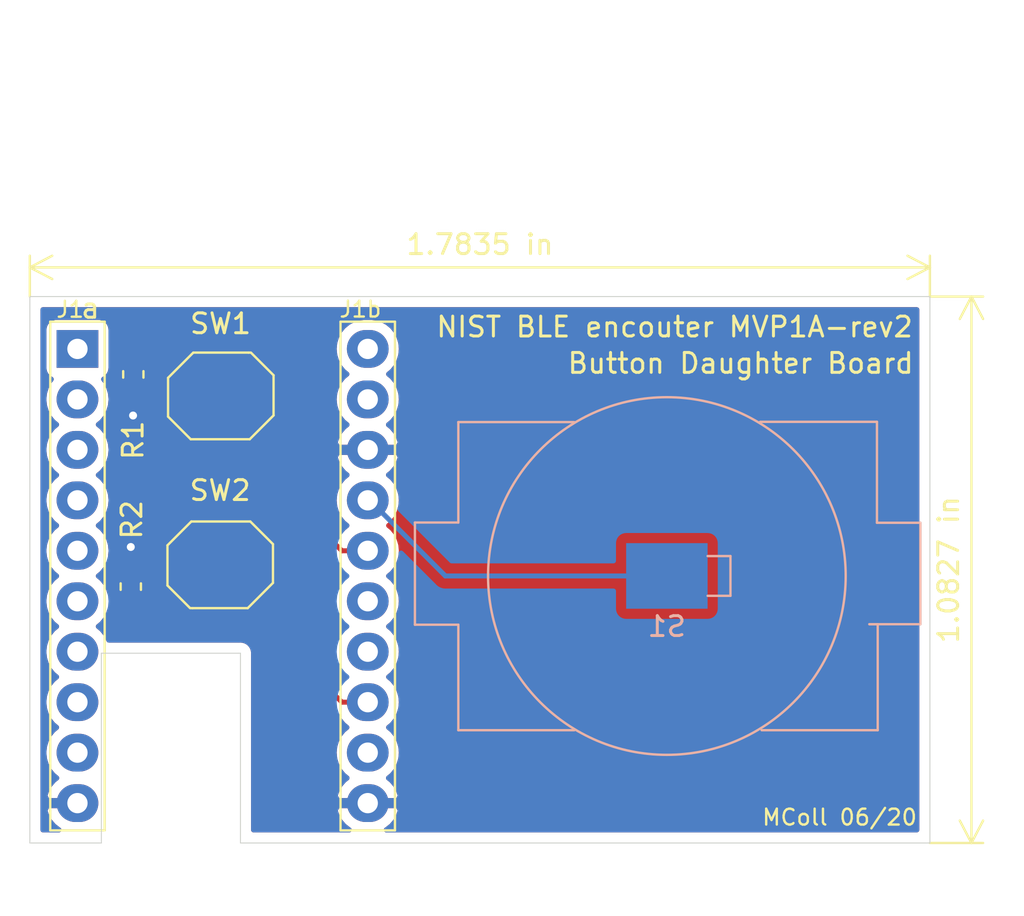
<source format=kicad_pcb>
(kicad_pcb (version 20171130) (host pcbnew "(5.1.5)-3")

  (general
    (thickness 1.6)
    (drawings 31)
    (tracks 32)
    (zones 0)
    (modules 6)
    (nets 21)
  )

  (page A4)
  (layers
    (0 F.Cu signal)
    (31 B.Cu signal)
    (32 B.Adhes user)
    (33 F.Adhes user)
    (34 B.Paste user)
    (35 F.Paste user)
    (36 B.SilkS user)
    (37 F.SilkS user)
    (38 B.Mask user)
    (39 F.Mask user)
    (40 Dwgs.User user)
    (41 Cmts.User user)
    (42 Eco1.User user)
    (43 Eco2.User user)
    (44 Edge.Cuts user)
    (45 Margin user)
    (46 B.CrtYd user)
    (47 F.CrtYd user)
    (48 B.Fab user hide)
    (49 F.Fab user)
  )

  (setup
    (last_trace_width 0.25)
    (user_trace_width 0.5)
    (trace_clearance 0.2)
    (zone_clearance 0.508)
    (zone_45_only no)
    (trace_min 0.2)
    (via_size 0.8)
    (via_drill 0.4)
    (via_min_size 0.4)
    (via_min_drill 0.3)
    (uvia_size 0.3)
    (uvia_drill 0.1)
    (uvias_allowed no)
    (uvia_min_size 0.2)
    (uvia_min_drill 0.1)
    (edge_width 0.05)
    (segment_width 0.2)
    (pcb_text_width 0.3)
    (pcb_text_size 1.5 1.5)
    (mod_edge_width 0.12)
    (mod_text_size 1 1)
    (mod_text_width 0.15)
    (pad_size 4.1 3.3)
    (pad_drill 0)
    (pad_to_mask_clearance 0.051)
    (solder_mask_min_width 0.25)
    (aux_axis_origin 0 0)
    (visible_elements 7FFFFFFF)
    (pcbplotparams
      (layerselection 0x010fc_ffffffff)
      (usegerberextensions false)
      (usegerberattributes false)
      (usegerberadvancedattributes false)
      (creategerberjobfile false)
      (excludeedgelayer true)
      (linewidth 0.100000)
      (plotframeref false)
      (viasonmask false)
      (mode 1)
      (useauxorigin false)
      (hpglpennumber 1)
      (hpglpenspeed 20)
      (hpglpendiameter 15.000000)
      (psnegative false)
      (psa4output false)
      (plotreference true)
      (plotvalue true)
      (plotinvisibletext false)
      (padsonsilk false)
      (subtractmaskfromsilk false)
      (outputformat 1)
      (mirror false)
      (drillshape 0)
      (scaleselection 1)
      (outputdirectory "gerbers/rev2/"))
  )

  (net 0 "")
  (net 1 GND)
  (net 2 /5Vusb)
  (net 3 /VDD_3V)
  (net 4 /SDA)
  (net 5 /SCL)
  (net 6 /SCLK)
  (net 7 /SI)
  (net 8 /SO)
  (net 9 "Net-(J1-Pad15)")
  (net 10 "Net-(J1-Pad8)")
  (net 11 "Net-(J1-Pad9)")
  (net 12 "Net-(J1-Pad12)")
  (net 13 /~CS~)
  (net 14 /~WP~)
  (net 15 /~RESET~)
  (net 16 /BigButtonB)
  (net 17 /BigButtonA)
  (net 18 "Net-(R1-Pad1)")
  (net 19 "Net-(R2-Pad1)")
  (net 20 /BatterySense)

  (net_class Default "This is the default net class."
    (clearance 0.2)
    (trace_width 0.25)
    (via_dia 0.8)
    (via_drill 0.4)
    (uvia_dia 0.3)
    (uvia_drill 0.1)
    (add_net /5Vusb)
    (add_net /BatterySense)
    (add_net /BigButtonA)
    (add_net /BigButtonB)
    (add_net /SCL)
    (add_net /SCLK)
    (add_net /SDA)
    (add_net /SI)
    (add_net /SO)
    (add_net /VDD_3V)
    (add_net /~CS~)
    (add_net /~RESET~)
    (add_net /~WP~)
    (add_net GND)
    (add_net "Net-(J1-Pad12)")
    (add_net "Net-(J1-Pad15)")
    (add_net "Net-(J1-Pad8)")
    (add_net "Net-(J1-Pad9)")
    (add_net "Net-(R1-Pad1)")
    (add_net "Net-(R2-Pad1)")
  )

  (module 0my_footprints:SpringFingerGeneric (layer B.Cu) (tedit 5EDBF817) (tstamp 5EDC4F66)
    (at 156.761793 90.56)
    (path /5EDB1F7C)
    (fp_text reference S1 (at -0.005693 2.5437) (layer B.SilkS)
      (effects (font (size 1 1) (thickness 0.15)) (justify mirror))
    )
    (fp_text value Spring_Finger (at 0.01 -2.14) (layer B.Fab)
      (effects (font (size 1 1) (thickness 0.15)) (justify mirror))
    )
    (fp_line (start 3.2 1) (end 2.05 1) (layer B.SilkS) (width 0.12))
    (fp_line (start 3.2 -1) (end 3.2 1) (layer B.SilkS) (width 0.12))
    (fp_line (start 2.05 -1) (end 3.2 -1) (layer B.SilkS) (width 0.12))
    (pad 1 smd rect (at 0 0) (size 4.1 3.3) (layers B.Cu B.Paste B.Mask)
      (net 20 /BatterySense))
  )

  (module 0my_footprints:TS-1187A-SMD_button (layer F.Cu) (tedit 5ED9005D) (tstamp 5ED97406)
    (at 134.2968 90)
    (descr http://industrial.panasonic.com/cdbs/www-data/pdf/ATV0000/ATV0000CE5.pdf)
    (tags "SMD SMT SPST EVQPUJ EVQPUA")
    (path /5ED9FE93)
    (attr smd)
    (fp_text reference SW2 (at -0.0197 -3.7416) (layer F.SilkS)
      (effects (font (size 1 1) (thickness 0.15)))
    )
    (fp_text value SW_Push (at 0 3.5) (layer F.Fab)
      (effects (font (size 1 1) (thickness 0.15)))
    )
    (fp_line (start -1.41 2.18) (end -1.53 2.18) (layer F.SilkS) (width 0.12))
    (fp_line (start -2.67 1.04) (end -1.55 2.16) (layer F.SilkS) (width 0.12))
    (fp_line (start -2.67 -0.98) (end -2.67 1.04) (layer F.SilkS) (width 0.12))
    (fp_line (start -1.47 -2.18) (end -2.67 -0.98) (layer F.SilkS) (width 0.12))
    (fp_line (start 1.5 -2.18) (end -1.47 -2.18) (layer F.SilkS) (width 0.12))
    (fp_line (start 2.64 -1.04) (end 1.5 -2.18) (layer F.SilkS) (width 0.12))
    (fp_line (start 2.64 0.91) (end 2.64 -1.04) (layer F.SilkS) (width 0.12))
    (fp_line (start 1.37 2.18) (end 2.64 0.91) (layer F.SilkS) (width 0.12))
    (fp_line (start -1.41 2.18) (end 1.37 2.18) (layer F.SilkS) (width 0.12))
    (fp_line (start 3 -3) (end -3 -3) (layer F.CrtYd) (width 0.05))
    (fp_line (start 3 3) (end -3 3) (layer F.CrtYd) (width 0.05))
    (fp_line (start -3 3) (end -3 -3) (layer F.CrtYd) (width 0.05))
    (fp_line (start 2.35 1.75) (end -2.35 1.75) (layer F.Fab) (width 0.1))
    (fp_line (start 2.35 -1.75) (end -2.35 -1.75) (layer F.Fab) (width 0.1))
    (fp_line (start -2.35 1.75) (end -2.35 -1.75) (layer F.Fab) (width 0.1))
    (fp_line (start 2.35 1.75) (end 2.35 -1.75) (layer F.Fab) (width 0.1))
    (fp_line (start 3 3) (end 3 -3) (layer F.CrtYd) (width 0.05))
    (fp_text user %R (at 0 0) (layer F.Fab)
      (effects (font (size 1 1) (thickness 0.15)))
    )
    (pad 1 smd rect (at 3 -1.875 180) (size 1 0.75) (layers F.Cu F.Paste F.Mask)
      (net 16 /BigButtonB))
    (pad 1 smd rect (at -3 -1.875 180) (size 1 0.75) (layers F.Cu F.Paste F.Mask)
      (net 16 /BigButtonB))
    (pad 2 smd rect (at -3 1.875 180) (size 1 0.75) (layers F.Cu F.Paste F.Mask)
      (net 19 "Net-(R2-Pad1)"))
    (pad 2 smd rect (at 3 1.875 180) (size 1 0.75) (layers F.Cu F.Paste F.Mask)
      (net 19 "Net-(R2-Pad1)"))
    (model ${KISYS3DMOD}/Button_Switch_SMD.3dshapes/Panasonic_EVQPUJ_EVQPUA.wrl
      (at (xyz 0 0 0))
      (scale (xyz 1 1 1))
      (rotate (xyz 0 0 0))
    )
  )

  (module 0my_footprints:TS-1187A-SMD_button (layer F.Cu) (tedit 5ED9005D) (tstamp 5ED973EC)
    (at 134.2968 81.5 180)
    (descr http://industrial.panasonic.com/cdbs/www-data/pdf/ATV0000/ATV0000CE5.pdf)
    (tags "SMD SMT SPST EVQPUJ EVQPUA")
    (path /5ED9F9E5)
    (attr smd)
    (fp_text reference SW1 (at 0 3.6363) (layer F.SilkS)
      (effects (font (size 1 1) (thickness 0.15)))
    )
    (fp_text value SW_Push (at 0 3.5) (layer F.Fab)
      (effects (font (size 1 1) (thickness 0.15)))
    )
    (fp_line (start -1.41 2.18) (end -1.53 2.18) (layer F.SilkS) (width 0.12))
    (fp_line (start -2.67 1.04) (end -1.55 2.16) (layer F.SilkS) (width 0.12))
    (fp_line (start -2.67 -0.98) (end -2.67 1.04) (layer F.SilkS) (width 0.12))
    (fp_line (start -1.47 -2.18) (end -2.67 -0.98) (layer F.SilkS) (width 0.12))
    (fp_line (start 1.5 -2.18) (end -1.47 -2.18) (layer F.SilkS) (width 0.12))
    (fp_line (start 2.64 -1.04) (end 1.5 -2.18) (layer F.SilkS) (width 0.12))
    (fp_line (start 2.64 0.91) (end 2.64 -1.04) (layer F.SilkS) (width 0.12))
    (fp_line (start 1.37 2.18) (end 2.64 0.91) (layer F.SilkS) (width 0.12))
    (fp_line (start -1.41 2.18) (end 1.37 2.18) (layer F.SilkS) (width 0.12))
    (fp_line (start 3 -3) (end -3 -3) (layer F.CrtYd) (width 0.05))
    (fp_line (start 3 3) (end -3 3) (layer F.CrtYd) (width 0.05))
    (fp_line (start -3 3) (end -3 -3) (layer F.CrtYd) (width 0.05))
    (fp_line (start 2.35 1.75) (end -2.35 1.75) (layer F.Fab) (width 0.1))
    (fp_line (start 2.35 -1.75) (end -2.35 -1.75) (layer F.Fab) (width 0.1))
    (fp_line (start -2.35 1.75) (end -2.35 -1.75) (layer F.Fab) (width 0.1))
    (fp_line (start 2.35 1.75) (end 2.35 -1.75) (layer F.Fab) (width 0.1))
    (fp_line (start 3 3) (end 3 -3) (layer F.CrtYd) (width 0.05))
    (fp_text user %R (at 0 0) (layer F.Fab)
      (effects (font (size 1 1) (thickness 0.15)))
    )
    (pad 1 smd rect (at 3 -1.875) (size 1 0.75) (layers F.Cu F.Paste F.Mask)
      (net 17 /BigButtonA))
    (pad 1 smd rect (at -3 -1.875) (size 1 0.75) (layers F.Cu F.Paste F.Mask)
      (net 17 /BigButtonA))
    (pad 2 smd rect (at -3 1.875) (size 1 0.75) (layers F.Cu F.Paste F.Mask)
      (net 18 "Net-(R1-Pad1)"))
    (pad 2 smd rect (at 3 1.875) (size 1 0.75) (layers F.Cu F.Paste F.Mask)
      (net 18 "Net-(R1-Pad1)"))
    (model ${KISYS3DMOD}/Button_Switch_SMD.3dshapes/Panasonic_EVQPUJ_EVQPUA.wrl
      (at (xyz 0 0 0))
      (scale (xyz 1 1 1))
      (rotate (xyz 0 0 0))
    )
  )

  (module Resistor_SMD:R_0603_1608Metric (layer F.Cu) (tedit 5B301BBD) (tstamp 5ED973D2)
    (at 129.7813 91.0971 90)
    (descr "Resistor SMD 0603 (1608 Metric), square (rectangular) end terminal, IPC_7351 nominal, (Body size source: http://www.tortai-tech.com/upload/download/2011102023233369053.pdf), generated with kicad-footprint-generator")
    (tags resistor)
    (path /5EDA2493)
    (attr smd)
    (fp_text reference R2 (at 3.3655 0.0508 90) (layer F.SilkS)
      (effects (font (size 1 1) (thickness 0.15)))
    )
    (fp_text value 0 (at 0 1.43 90) (layer F.Fab)
      (effects (font (size 1 1) (thickness 0.15)))
    )
    (fp_text user %R (at 0 0 90) (layer F.Fab)
      (effects (font (size 0.4 0.4) (thickness 0.06)))
    )
    (fp_line (start 1.48 0.73) (end -1.48 0.73) (layer F.CrtYd) (width 0.05))
    (fp_line (start 1.48 -0.73) (end 1.48 0.73) (layer F.CrtYd) (width 0.05))
    (fp_line (start -1.48 -0.73) (end 1.48 -0.73) (layer F.CrtYd) (width 0.05))
    (fp_line (start -1.48 0.73) (end -1.48 -0.73) (layer F.CrtYd) (width 0.05))
    (fp_line (start -0.162779 0.51) (end 0.162779 0.51) (layer F.SilkS) (width 0.12))
    (fp_line (start -0.162779 -0.51) (end 0.162779 -0.51) (layer F.SilkS) (width 0.12))
    (fp_line (start 0.8 0.4) (end -0.8 0.4) (layer F.Fab) (width 0.1))
    (fp_line (start 0.8 -0.4) (end 0.8 0.4) (layer F.Fab) (width 0.1))
    (fp_line (start -0.8 -0.4) (end 0.8 -0.4) (layer F.Fab) (width 0.1))
    (fp_line (start -0.8 0.4) (end -0.8 -0.4) (layer F.Fab) (width 0.1))
    (pad 2 smd roundrect (at 0.7875 0 90) (size 0.875 0.95) (layers F.Cu F.Paste F.Mask) (roundrect_rratio 0.25)
      (net 1 GND))
    (pad 1 smd roundrect (at -0.7875 0 90) (size 0.875 0.95) (layers F.Cu F.Paste F.Mask) (roundrect_rratio 0.25)
      (net 19 "Net-(R2-Pad1)"))
    (model ${KISYS3DMOD}/Resistor_SMD.3dshapes/R_0603_1608Metric.wrl
      (at (xyz 0 0 0))
      (scale (xyz 1 1 1))
      (rotate (xyz 0 0 0))
    )
  )

  (module Resistor_SMD:R_0603_1608Metric (layer F.Cu) (tedit 5B301BBD) (tstamp 5ED973C1)
    (at 129.9083 80.4165 270)
    (descr "Resistor SMD 0603 (1608 Metric), square (rectangular) end terminal, IPC_7351 nominal, (Body size source: http://www.tortai-tech.com/upload/download/2011102023233369053.pdf), generated with kicad-footprint-generator")
    (tags resistor)
    (path /5EDA175A)
    (attr smd)
    (fp_text reference R1 (at 3.3146 0.0127 90) (layer F.SilkS)
      (effects (font (size 1 1) (thickness 0.15)))
    )
    (fp_text value 0 (at 0 1.43 90) (layer F.Fab)
      (effects (font (size 1 1) (thickness 0.15)))
    )
    (fp_text user %R (at 0 0 90) (layer F.Fab)
      (effects (font (size 0.4 0.4) (thickness 0.06)))
    )
    (fp_line (start 1.48 0.73) (end -1.48 0.73) (layer F.CrtYd) (width 0.05))
    (fp_line (start 1.48 -0.73) (end 1.48 0.73) (layer F.CrtYd) (width 0.05))
    (fp_line (start -1.48 -0.73) (end 1.48 -0.73) (layer F.CrtYd) (width 0.05))
    (fp_line (start -1.48 0.73) (end -1.48 -0.73) (layer F.CrtYd) (width 0.05))
    (fp_line (start -0.162779 0.51) (end 0.162779 0.51) (layer F.SilkS) (width 0.12))
    (fp_line (start -0.162779 -0.51) (end 0.162779 -0.51) (layer F.SilkS) (width 0.12))
    (fp_line (start 0.8 0.4) (end -0.8 0.4) (layer F.Fab) (width 0.1))
    (fp_line (start 0.8 -0.4) (end 0.8 0.4) (layer F.Fab) (width 0.1))
    (fp_line (start -0.8 -0.4) (end 0.8 -0.4) (layer F.Fab) (width 0.1))
    (fp_line (start -0.8 0.4) (end -0.8 -0.4) (layer F.Fab) (width 0.1))
    (pad 2 smd roundrect (at 0.7875 0 270) (size 0.875 0.95) (layers F.Cu F.Paste F.Mask) (roundrect_rratio 0.25)
      (net 1 GND))
    (pad 1 smd roundrect (at -0.7875 0 270) (size 0.875 0.95) (layers F.Cu F.Paste F.Mask) (roundrect_rratio 0.25)
      (net 18 "Net-(R1-Pad1)"))
    (model ${KISYS3DMOD}/Resistor_SMD.3dshapes/R_0603_1608Metric.wrl
      (at (xyz 0 0 0))
      (scale (xyz 1 1 1))
      (rotate (xyz 0 0 0))
    )
  )

  (module 0my_footprints:Nordic_nRF52840_Narrowed_FeatherHeader (layer F.Cu) (tedit 5ED8FAF2) (tstamp 5E9EFA9F)
    (at 126.7968 79.1337)
    (descr "32-bit microcontroller module with WiFi, https://www.adafruit.com/product/2471")
    (tags "ESP8266 WiFi microcontroller")
    (path /5EA6E901)
    (fp_text reference J1 (at -0.06604 -1.98374) (layer F.SilkS)
      (effects (font (size 0.8 0.8) (thickness 0.12)))
    )
    (fp_text value Nordic_nRF52840_breakout (at -2.75 12 90) (layer F.Fab)
      (effects (font (size 1 1) (thickness 0.15)))
    )
    (fp_text user %R (at -0.25 -2.25) (layer F.Fab)
      (effects (font (size 1 1) (thickness 0.15)))
    )
    (fp_line (start 16.28 -1.37) (end 13.54 -1.37) (layer F.SilkS) (width 0.12))
    (fp_line (start 16.28 24.23) (end 16.28 -1.37) (layer F.SilkS) (width 0.12))
    (fp_line (start 13.54 24.23) (end 16.28 24.23) (layer F.SilkS) (width 0.12))
    (fp_line (start 13.54 -1.37) (end 13.54 24.23) (layer F.SilkS) (width 0.12))
    (fp_line (start 1.67 -1.37) (end -1.07 -1.37) (layer F.SilkS) (width 0.12))
    (fp_line (start 1.67 24.23) (end 1.67 -1.37) (layer F.SilkS) (width 0.12))
    (fp_line (start -1.07 24.23) (end 1.67 24.23) (layer F.SilkS) (width 0.12))
    (fp_line (start -1.07 -1.37) (end -1.07 24.23) (layer F.SilkS) (width 0.12))
    (fp_line (start -1.45 24.5) (end 2.05 24.5) (layer F.CrtYd) (width 0.12))
    (fp_line (start 2.05 24.5) (end 2.05 -1.75) (layer F.CrtYd) (width 0.12))
    (fp_line (start 2.05 -1.75) (end -1.45 -1.75) (layer F.CrtYd) (width 0.12))
    (fp_line (start -1.45 -1.75) (end -1.45 24.5) (layer F.CrtYd) (width 0.12))
    (fp_line (start 13.09 24.5) (end 16.59 24.5) (layer F.CrtYd) (width 0.12))
    (fp_line (start 16.59 24.5) (end 16.59 -1.75) (layer F.CrtYd) (width 0.12))
    (fp_line (start 16.59 -1.75) (end 13.09 -1.75) (layer F.CrtYd) (width 0.12))
    (fp_line (start 13.09 -1.75) (end 13.09 24.5) (layer F.CrtYd) (width 0.12))
    (fp_line (start 0 -1.5) (end 0 28.5) (layer Dwgs.User) (width 0.12))
    (fp_line (start 15.24 -1.5) (end 15.24 28.5) (layer Dwgs.User) (width 0.12))
    (fp_line (start 15.24 28.5) (end 0 28.5) (layer Dwgs.User) (width 0.12))
    (fp_line (start 0 -1.5) (end 1.6 -3.1) (layer Dwgs.User) (width 0.12))
    (fp_line (start 15.24 -1.5) (end 13.64 -3.1) (layer Dwgs.User) (width 0.12))
    (fp_line (start 1.6 -3.1) (end 1.6 -17.5) (layer Dwgs.User) (width 0.12))
    (fp_line (start 13.64 -3.1) (end 13.64 -17.5) (layer Dwgs.User) (width 0.12))
    (fp_line (start 13.64 -17.5) (end 1.6 -17.5) (layer Dwgs.User) (width 0.12))
    (fp_line (start 11.48 22.35) (end 11.48 28.14) (layer Dwgs.User) (width 0.12))
    (fp_line (start 11.48 28.14) (end 9.6 28.14) (layer Dwgs.User) (width 0.12))
    (fp_line (start 9.6 28.14) (end 9.6 25.98) (layer Dwgs.User) (width 0.12))
    (fp_line (start 9.6 25.98) (end 7.72 25.98) (layer Dwgs.User) (width 0.12))
    (fp_line (start 7.72 25.98) (end 7.72 28.14) (layer Dwgs.User) (width 0.12))
    (fp_line (start 7.72 28.14) (end 5.99 28.14) (layer Dwgs.User) (width 0.12))
    (fp_line (start 5.99 28.14) (end 5.99 26) (layer Dwgs.User) (width 0.12))
    (fp_line (start 5.99 26) (end 4.14 26) (layer Dwgs.User) (width 0.12))
    (fp_line (start 4.14 26) (end 4.14 28.16) (layer Dwgs.User) (width 0.12))
    (fp_line (start 4.14 28.16) (end 2.33 28.16) (layer Dwgs.User) (width 0.12))
    (fp_line (start 2.33 28.16) (end 2.33 25.92) (layer Dwgs.User) (width 0.12))
    (fp_text user "BLE ANTENNA" (at 7.5 25.08) (layer Cmts.User)
      (effects (font (size 1 1) (thickness 0.15)))
    )
    (pad 11 thru_hole oval (at 14.91 22.86) (size 2.1 1.9) (drill 1.02) (layers *.Cu *.Mask)
      (net 1 GND))
    (pad 10 thru_hole oval (at 0.3 22.86) (size 2.1 1.9) (drill 1.02) (layers *.Cu *.Mask)
      (net 1 GND))
    (pad 12 thru_hole oval (at 14.91 20.32) (size 2.1 1.9) (drill 1.02) (layers *.Cu *.Mask)
      (net 12 "Net-(J1-Pad12)"))
    (pad 9 thru_hole oval (at 0.3 20.32) (size 2.1 1.9) (drill 1.02) (layers *.Cu *.Mask)
      (net 11 "Net-(J1-Pad9)"))
    (pad 13 thru_hole oval (at 14.91 17.78) (size 2.1 1.9) (drill 1.02) (layers *.Cu *.Mask)
      (net 16 /BigButtonB))
    (pad 8 thru_hole oval (at 0.3 17.78) (size 2.1 1.9) (drill 1.02) (layers *.Cu *.Mask)
      (net 10 "Net-(J1-Pad8)"))
    (pad 14 thru_hole oval (at 14.91 15.24) (size 2.1 1.9) (drill 1.02) (layers *.Cu *.Mask)
      (net 4 /SDA))
    (pad 7 thru_hole oval (at 0.3 15.24) (size 2.1 1.9) (drill 1.02) (layers *.Cu *.Mask)
      (net 5 /SCL))
    (pad 15 thru_hole oval (at 14.91 12.7) (size 2.1 1.9) (drill 1.02) (layers *.Cu *.Mask)
      (net 9 "Net-(J1-Pad15)"))
    (pad 6 thru_hole oval (at 0.3 12.7) (size 2.1 1.9) (drill 1.02) (layers *.Cu *.Mask)
      (net 15 /~RESET~))
    (pad 16 thru_hole oval (at 14.91 10.16) (size 2.1 1.9) (drill 1.02) (layers *.Cu *.Mask)
      (net 17 /BigButtonA))
    (pad 5 thru_hole oval (at 0.3 10.16) (size 2.1 1.9) (drill 1.02) (layers *.Cu *.Mask)
      (net 7 /SI))
    (pad 17 thru_hole oval (at 14.91 7.62) (size 2.1 1.9) (drill 1.02) (layers *.Cu *.Mask)
      (net 20 /BatterySense))
    (pad 4 thru_hole oval (at 0.3 7.62) (size 2.1 1.9) (drill 1.02) (layers *.Cu *.Mask)
      (net 14 /~WP~))
    (pad 18 thru_hole oval (at 14.91 5.08) (size 2.1 1.9) (drill 1.02) (layers *.Cu *.Mask)
      (net 1 GND))
    (pad 3 thru_hole oval (at 0.3 5.08) (size 2.1 1.9) (drill 1.02) (layers *.Cu *.Mask)
      (net 6 /SCLK))
    (pad 19 thru_hole oval (at 14.91 2.54) (size 2.1 1.9) (drill 1.02) (layers *.Cu *.Mask)
      (net 3 /VDD_3V))
    (pad 2 thru_hole oval (at 0.3 2.54) (size 2.1 1.9) (drill 1.02) (layers *.Cu *.Mask)
      (net 8 /SO))
    (pad 20 thru_hole oval (at 14.91 0) (size 2.1 1.9) (drill 1.02) (layers *.Cu *.Mask)
      (net 2 /5Vusb))
    (pad 1 thru_hole rect (at 0.3 0) (size 2.1 1.9) (drill 1.02) (layers *.Cu *.Mask)
      (net 13 /~CS~))
    (model ${KISYS3DMOD}/Module.3dshapes/Adafruit_HUZZAH_ESP8266_breakout.wrl
      (at (xyz 0 0 0))
      (scale (xyz 1 1 1))
      (rotate (xyz 0 0 0))
    )
  )

  (gr_line (start 144.0815 93.0148) (end 144.0815 87.8713) (layer B.SilkS) (width 0.12) (tstamp 5EDC4D5C))
  (gr_line (start 146.2659 93.0148) (end 144.0815 93.0148) (layer B.SilkS) (width 0.12))
  (gr_line (start 146.2659 98.3234) (end 146.2659 93.0148) (layer B.SilkS) (width 0.12))
  (gr_line (start 152.1079 98.3234) (end 146.2659 98.3234) (layer B.SilkS) (width 0.12))
  (gr_line (start 167.3733 98.3234) (end 161.5313 98.3234) (layer B.SilkS) (width 0.12))
  (gr_line (start 167.3733 92.9894) (end 167.3733 98.3234) (layer B.SilkS) (width 0.12))
  (gr_line (start 166.9542 92.9894) (end 167.3733 92.9894) (layer B.SilkS) (width 0.12))
  (gr_line (start 169.5196 92.9894) (end 166.9542 92.9894) (layer B.SilkS) (width 0.12))
  (gr_line (start 169.5196 87.884) (end 169.5196 92.9894) (layer B.SilkS) (width 0.12))
  (gr_line (start 167.3352 87.884) (end 169.5196 87.884) (layer B.SilkS) (width 0.12))
  (gr_line (start 167.3352 82.804) (end 167.3352 87.884) (layer B.SilkS) (width 0.12))
  (gr_line (start 161.4551 82.804) (end 167.3352 82.804) (layer B.SilkS) (width 0.12))
  (gr_line (start 146.2659 82.8167) (end 152.0952 82.8167) (layer B.SilkS) (width 0.12))
  (gr_line (start 146.2659 87.8713) (end 146.2659 82.8167) (layer B.SilkS) (width 0.12))
  (gr_line (start 144.0815 87.8713) (end 146.2659 87.8713) (layer B.SilkS) (width 0.12))
  (gr_circle (center 156.761793 90.5637) (end 165.761793 90.5637) (layer B.SilkS) (width 0.12))
  (gr_line (start 135.3 104) (end 170 104) (layer Edge.Cuts) (width 0.05) (tstamp 5ED95B83))
  (gr_line (start 124.7 104) (end 128.3 104) (layer Edge.Cuts) (width 0.05) (tstamp 5ED95B82))
  (gr_line (start 135.3 94.45) (end 135.3 104) (layer Edge.Cuts) (width 0.05))
  (gr_line (start 128.3 94.45) (end 135.3 94.45) (layer Edge.Cuts) (width 0.05))
  (gr_line (start 128.3 104) (end 128.3 94.45) (layer Edge.Cuts) (width 0.05))
  (gr_text "Button Daughter Board" (at 169.26306 79.8576) (layer F.SilkS) (tstamp 5ED9505C)
    (effects (font (size 1 1) (thickness 0.15)) (justify right))
  )
  (dimension 27.5 (width 0.12) (layer F.SilkS)
    (gr_text "27.500 mm" (at 173.36008 90.25 90) (layer F.SilkS)
      (effects (font (size 1 1) (thickness 0.15)))
    )
    (feature1 (pts (xy 170 76.5) (xy 172.676501 76.5)))
    (feature2 (pts (xy 170 104) (xy 172.676501 104)))
    (crossbar (pts (xy 172.09008 104) (xy 172.09008 76.5)))
    (arrow1a (pts (xy 172.09008 76.5) (xy 172.676501 77.626504)))
    (arrow1b (pts (xy 172.09008 76.5) (xy 171.503659 77.626504)))
    (arrow2a (pts (xy 172.09008 104) (xy 172.676501 102.873496)))
    (arrow2b (pts (xy 172.09008 104) (xy 171.503659 102.873496)))
  )
  (dimension 45.3 (width 0.12) (layer F.SilkS)
    (gr_text "45.300 mm" (at 147.35 73.761601) (layer F.SilkS)
      (effects (font (size 1 1) (thickness 0.15)))
    )
    (feature1 (pts (xy 124.7 76.5) (xy 124.7 74.44518)))
    (feature2 (pts (xy 170 76.5) (xy 170 74.44518)))
    (crossbar (pts (xy 170 75.031601) (xy 124.7 75.031601)))
    (arrow1a (pts (xy 124.7 75.031601) (xy 125.826504 74.44518)))
    (arrow1b (pts (xy 124.7 75.031601) (xy 125.826504 75.618022)))
    (arrow2a (pts (xy 170 75.031601) (xy 168.873496 74.44518)))
    (arrow2b (pts (xy 170 75.031601) (xy 168.873496 75.618022)))
  )
  (gr_text J1b (at 141.3383 77.1398) (layer F.SilkS)
    (effects (font (size 0.8 0.8) (thickness 0.12)))
  )
  (gr_text a (at 127.74676 77.08392) (layer F.SilkS)
    (effects (font (size 1 1) (thickness 0.15)))
  )
  (gr_text "MColl 06/20\n" (at 165.4556 102.70744) (layer F.SilkS)
    (effects (font (size 0.8 0.8) (thickness 0.12)))
  )
  (gr_text "NIST BLE encouter MVP1A-rev2\n" (at 169.22496 78.0288) (layer F.SilkS)
    (effects (font (size 1 1) (thickness 0.15)) (justify right))
  )
  (gr_line (start 124.7 104) (end 124.7 76.5) (layer Edge.Cuts) (width 0.05) (tstamp 5EA10C6C))
  (gr_line (start 170 76.5) (end 170 104) (layer Edge.Cuts) (width 0.05))
  (gr_line (start 124.7 76.5) (end 170 76.5) (layer Edge.Cuts) (width 0.05))

  (via (at 129.7813 89.1032) (size 0.8) (drill 0.4) (layers F.Cu B.Cu) (net 1))
  (segment (start 129.7813 90.3096) (end 129.7813 89.1032) (width 0.25) (layer F.Cu) (net 1))
  (via (at 129.8956 82.4865) (size 0.8) (drill 0.4) (layers F.Cu B.Cu) (net 1))
  (segment (start 129.9083 81.204) (end 129.9083 82.4738) (width 0.25) (layer F.Cu) (net 1))
  (segment (start 129.9083 82.4738) (end 129.8956 82.4865) (width 0.25) (layer F.Cu) (net 1))
  (segment (start 142.0068 94.3737) (end 141.9068 94.3737) (width 0.25) (layer B.Cu) (net 4))
  (segment (start 126.7968 89.94394) (end 126.8968 89.94394) (width 0.25) (layer F.Cu) (net 7))
  (segment (start 126.8968 91.8337) (end 127.518221 92.455121) (width 0.25) (layer F.Cu) (net 15))
  (segment (start 131.2968 88.125) (end 137.2968 88.125) (width 0.25) (layer F.Cu) (net 16))
  (segment (start 137.2968 88.75) (end 137.2968 88.125) (width 0.25) (layer F.Cu) (net 16))
  (segment (start 138.9888 90.442) (end 137.2968 88.75) (width 0.25) (layer F.Cu) (net 16))
  (segment (start 138.9888 95.4957) (end 138.9888 90.442) (width 0.25) (layer F.Cu) (net 16))
  (segment (start 141.7068 96.9137) (end 140.4068 96.9137) (width 0.25) (layer F.Cu) (net 16))
  (segment (start 140.4068 96.9137) (end 138.9888 95.4957) (width 0.25) (layer F.Cu) (net 16))
  (segment (start 131.2968 83.375) (end 137.2968 83.375) (width 0.25) (layer F.Cu) (net 17))
  (segment (start 137.2968 84) (end 137.2968 83.375) (width 0.25) (layer F.Cu) (net 17))
  (segment (start 141.7068 89.2937) (end 140.4068 89.2937) (width 0.25) (layer F.Cu) (net 17))
  (segment (start 138.8342 86.7134) (end 137.287 85.1662) (width 0.25) (layer F.Cu) (net 17))
  (segment (start 138.8342 87.7211) (end 138.8342 86.7134) (width 0.25) (layer F.Cu) (net 17))
  (segment (start 140.4068 89.2937) (end 138.8342 87.7211) (width 0.25) (layer F.Cu) (net 17))
  (segment (start 137.287 85.1662) (end 137.2968 84) (width 0.25) (layer F.Cu) (net 17))
  (segment (start 132.0468 79.625) (end 137.2968 79.625) (width 0.25) (layer F.Cu) (net 18))
  (segment (start 131.2968 79.625) (end 132.0468 79.625) (width 0.25) (layer F.Cu) (net 18))
  (segment (start 129.9123 79.625) (end 129.9083 79.629) (width 0.25) (layer F.Cu) (net 18))
  (segment (start 131.2968 79.625) (end 129.9123 79.625) (width 0.25) (layer F.Cu) (net 18))
  (segment (start 136.5468 91.875) (end 131.2968 91.875) (width 0.25) (layer F.Cu) (net 19))
  (segment (start 137.2968 91.875) (end 136.5468 91.875) (width 0.25) (layer F.Cu) (net 19))
  (segment (start 129.7909 91.875) (end 129.7813 91.8846) (width 0.25) (layer F.Cu) (net 19))
  (segment (start 131.2968 91.875) (end 129.7909 91.875) (width 0.25) (layer F.Cu) (net 19))
  (segment (start 141.8068 86.7537) (end 141.7068 86.7537) (width 0.25) (layer B.Cu) (net 20))
  (segment (start 145.6131 90.56) (end 141.8068 86.7537) (width 0.25) (layer B.Cu) (net 20))
  (segment (start 156.761793 90.56) (end 145.6131 90.56) (width 0.25) (layer B.Cu) (net 20))

  (zone (net 1) (net_name GND) (layer F.Cu) (tstamp 5EDC58B0) (hatch edge 0.508)
    (connect_pads (clearance 0.508))
    (min_thickness 0.254)
    (fill yes (arc_segments 32) (thermal_gap 0.508) (thermal_bridge_width 0.508))
    (polygon
      (pts
        (xy 170.44924 104.37876) (xy 124.42444 104.37876) (xy 124.37364 76.06792) (xy 170.44416 76.10348)
      )
    )
    (filled_polygon
      (pts
        (xy 169.340001 103.34) (xy 142.637872 103.34) (xy 142.657417 103.330105) (xy 142.901792 103.138479) (xy 143.104087 102.90286)
        (xy 143.256528 102.632303) (xy 143.347386 102.366288) (xy 143.227384 102.1207) (xy 141.8338 102.1207) (xy 141.8338 102.1407)
        (xy 141.5798 102.1407) (xy 141.5798 102.1207) (xy 140.186216 102.1207) (xy 140.066214 102.366288) (xy 140.157072 102.632303)
        (xy 140.309513 102.90286) (xy 140.511808 103.138479) (xy 140.756183 103.330105) (xy 140.775728 103.34) (xy 135.96 103.34)
        (xy 135.96 94.482419) (xy 135.963193 94.45) (xy 135.95045 94.320617) (xy 135.91271 94.196207) (xy 135.851425 94.08155)
        (xy 135.768948 93.981052) (xy 135.66845 93.898575) (xy 135.553793 93.83729) (xy 135.429383 93.79955) (xy 135.332419 93.79)
        (xy 135.3 93.786807) (xy 135.267581 93.79) (xy 128.676057 93.79) (xy 128.668234 93.764212) (xy 128.521056 93.488861)
        (xy 128.322987 93.247513) (xy 128.14775 93.1037) (xy 128.322987 92.959887) (xy 128.521056 92.718539) (xy 128.668234 92.443188)
        (xy 128.702654 92.329721) (xy 128.73345 92.431242) (xy 128.812629 92.579375) (xy 128.919185 92.709215) (xy 129.049025 92.815771)
        (xy 129.197158 92.89495) (xy 129.357892 92.943708) (xy 129.52505 92.960172) (xy 130.03755 92.960172) (xy 130.204708 92.943708)
        (xy 130.365442 92.89495) (xy 130.510899 92.817201) (xy 130.55262 92.839502) (xy 130.672318 92.875812) (xy 130.7968 92.888072)
        (xy 131.7968 92.888072) (xy 131.921282 92.875812) (xy 132.04098 92.839502) (xy 132.151294 92.780537) (xy 132.247985 92.701185)
        (xy 132.302301 92.635) (xy 136.291299 92.635) (xy 136.345615 92.701185) (xy 136.442306 92.780537) (xy 136.55262 92.839502)
        (xy 136.672318 92.875812) (xy 136.7968 92.888072) (xy 137.7968 92.888072) (xy 137.921282 92.875812) (xy 138.04098 92.839502)
        (xy 138.151294 92.780537) (xy 138.228801 92.716929) (xy 138.2288 95.458377) (xy 138.225124 95.4957) (xy 138.2288 95.533022)
        (xy 138.2288 95.533032) (xy 138.239797 95.644685) (xy 138.283123 95.787513) (xy 138.283254 95.787946) (xy 138.353826 95.919976)
        (xy 138.366785 95.935766) (xy 138.448799 96.035701) (xy 138.477803 96.059504) (xy 139.843001 97.424703) (xy 139.866799 97.453701)
        (xy 139.982524 97.548674) (xy 140.114553 97.619246) (xy 140.200674 97.64537) (xy 140.282544 97.798539) (xy 140.480613 98.039887)
        (xy 140.65585 98.1837) (xy 140.480613 98.327513) (xy 140.282544 98.568861) (xy 140.135366 98.844212) (xy 140.044734 99.142986)
        (xy 140.014131 99.4537) (xy 140.044734 99.764414) (xy 140.135366 100.063188) (xy 140.282544 100.338539) (xy 140.480613 100.579887)
        (xy 140.663496 100.729975) (xy 140.511808 100.848921) (xy 140.309513 101.08454) (xy 140.157072 101.355097) (xy 140.066214 101.621112)
        (xy 140.186216 101.8667) (xy 141.5798 101.8667) (xy 141.5798 101.8467) (xy 141.8338 101.8467) (xy 141.8338 101.8667)
        (xy 143.227384 101.8667) (xy 143.347386 101.621112) (xy 143.256528 101.355097) (xy 143.104087 101.08454) (xy 142.901792 100.848921)
        (xy 142.750104 100.729975) (xy 142.932987 100.579887) (xy 143.131056 100.338539) (xy 143.278234 100.063188) (xy 143.368866 99.764414)
        (xy 143.399469 99.4537) (xy 143.368866 99.142986) (xy 143.278234 98.844212) (xy 143.131056 98.568861) (xy 142.932987 98.327513)
        (xy 142.75775 98.1837) (xy 142.932987 98.039887) (xy 143.131056 97.798539) (xy 143.278234 97.523188) (xy 143.368866 97.224414)
        (xy 143.399469 96.9137) (xy 143.368866 96.602986) (xy 143.278234 96.304212) (xy 143.131056 96.028861) (xy 142.932987 95.787513)
        (xy 142.75775 95.6437) (xy 142.932987 95.499887) (xy 143.131056 95.258539) (xy 143.278234 94.983188) (xy 143.368866 94.684414)
        (xy 143.399469 94.3737) (xy 143.368866 94.062986) (xy 143.278234 93.764212) (xy 143.131056 93.488861) (xy 142.932987 93.247513)
        (xy 142.75775 93.1037) (xy 142.932987 92.959887) (xy 143.131056 92.718539) (xy 143.278234 92.443188) (xy 143.368866 92.144414)
        (xy 143.399469 91.8337) (xy 143.368866 91.522986) (xy 143.278234 91.224212) (xy 143.131056 90.948861) (xy 142.932987 90.707513)
        (xy 142.75775 90.5637) (xy 142.932987 90.419887) (xy 143.131056 90.178539) (xy 143.278234 89.903188) (xy 143.368866 89.604414)
        (xy 143.399469 89.2937) (xy 143.368866 88.982986) (xy 143.278234 88.684212) (xy 143.131056 88.408861) (xy 142.932987 88.167513)
        (xy 142.75775 88.0237) (xy 142.932987 87.879887) (xy 143.131056 87.638539) (xy 143.278234 87.363188) (xy 143.368866 87.064414)
        (xy 143.399469 86.7537) (xy 143.368866 86.442986) (xy 143.278234 86.144212) (xy 143.131056 85.868861) (xy 142.932987 85.627513)
        (xy 142.750104 85.477425) (xy 142.901792 85.358479) (xy 143.104087 85.12286) (xy 143.256528 84.852303) (xy 143.347386 84.586288)
        (xy 143.227384 84.3407) (xy 141.8338 84.3407) (xy 141.8338 84.3607) (xy 141.5798 84.3607) (xy 141.5798 84.3407)
        (xy 140.186216 84.3407) (xy 140.066214 84.586288) (xy 140.157072 84.852303) (xy 140.309513 85.12286) (xy 140.511808 85.358479)
        (xy 140.663496 85.477425) (xy 140.480613 85.627513) (xy 140.282544 85.868861) (xy 140.135366 86.144212) (xy 140.044734 86.442986)
        (xy 140.014131 86.7537) (xy 140.044734 87.064414) (xy 140.135366 87.363188) (xy 140.282544 87.638539) (xy 140.480613 87.879887)
        (xy 140.65585 88.0237) (xy 140.480613 88.167513) (xy 140.424179 88.236278) (xy 139.5942 87.406299) (xy 139.5942 86.750722)
        (xy 139.597876 86.713399) (xy 139.5942 86.676076) (xy 139.5942 86.676067) (xy 139.583203 86.564414) (xy 139.539746 86.421153)
        (xy 139.469174 86.289124) (xy 139.374201 86.173399) (xy 139.345203 86.149601) (xy 138.049649 84.854048) (xy 138.054032 84.332526)
        (xy 138.151294 84.280537) (xy 138.247985 84.201185) (xy 138.327337 84.104494) (xy 138.386302 83.99418) (xy 138.422612 83.874482)
        (xy 138.434872 83.75) (xy 138.434872 83) (xy 138.422612 82.875518) (xy 138.386302 82.75582) (xy 138.327337 82.645506)
        (xy 138.247985 82.548815) (xy 138.151294 82.469463) (xy 138.04098 82.410498) (xy 137.921282 82.374188) (xy 137.7968 82.361928)
        (xy 136.7968 82.361928) (xy 136.672318 82.374188) (xy 136.55262 82.410498) (xy 136.442306 82.469463) (xy 136.345615 82.548815)
        (xy 136.291299 82.615) (xy 132.302301 82.615) (xy 132.247985 82.548815) (xy 132.151294 82.469463) (xy 132.04098 82.410498)
        (xy 131.921282 82.374188) (xy 131.7968 82.361928) (xy 130.7968 82.361928) (xy 130.672318 82.374188) (xy 130.55262 82.410498)
        (xy 130.442306 82.469463) (xy 130.345615 82.548815) (xy 130.266263 82.645506) (xy 130.207298 82.75582) (xy 130.170988 82.875518)
        (xy 130.158728 83) (xy 130.158728 83.75) (xy 130.170988 83.874482) (xy 130.207298 83.99418) (xy 130.266263 84.104494)
        (xy 130.345615 84.201185) (xy 130.442306 84.280537) (xy 130.55262 84.339502) (xy 130.672318 84.375812) (xy 130.7968 84.388072)
        (xy 131.7968 84.388072) (xy 131.921282 84.375812) (xy 132.04098 84.339502) (xy 132.151294 84.280537) (xy 132.247985 84.201185)
        (xy 132.302301 84.135) (xy 136.291299 84.135) (xy 136.345615 84.201185) (xy 136.442306 84.280537) (xy 136.534004 84.329552)
        (xy 136.527314 85.125685) (xy 136.523324 85.1662) (xy 136.530345 85.237484) (xy 136.536772 85.308886) (xy 136.537682 85.311981)
        (xy 136.537998 85.315185) (xy 136.558802 85.38377) (xy 136.579024 85.452507) (xy 136.580517 85.455358) (xy 136.581454 85.458446)
        (xy 136.61528 85.52173) (xy 136.648484 85.585125) (xy 136.650505 85.58763) (xy 136.652026 85.590476) (xy 136.697509 85.645897)
        (xy 136.742481 85.701644) (xy 136.773735 85.727736) (xy 138.074201 87.028203) (xy 138.074201 87.178255) (xy 138.04098 87.160498)
        (xy 137.921282 87.124188) (xy 137.7968 87.111928) (xy 136.7968 87.111928) (xy 136.672318 87.124188) (xy 136.55262 87.160498)
        (xy 136.442306 87.219463) (xy 136.345615 87.298815) (xy 136.291299 87.365) (xy 132.302301 87.365) (xy 132.247985 87.298815)
        (xy 132.151294 87.219463) (xy 132.04098 87.160498) (xy 131.921282 87.124188) (xy 131.7968 87.111928) (xy 130.7968 87.111928)
        (xy 130.672318 87.124188) (xy 130.55262 87.160498) (xy 130.442306 87.219463) (xy 130.345615 87.298815) (xy 130.266263 87.395506)
        (xy 130.207298 87.50582) (xy 130.170988 87.625518) (xy 130.158728 87.75) (xy 130.158728 88.5) (xy 130.170988 88.624482)
        (xy 130.207298 88.74418) (xy 130.266263 88.854494) (xy 130.345615 88.951185) (xy 130.442306 89.030537) (xy 130.55262 89.089502)
        (xy 130.672318 89.125812) (xy 130.7968 89.138072) (xy 131.7968 89.138072) (xy 131.921282 89.125812) (xy 132.04098 89.089502)
        (xy 132.151294 89.030537) (xy 132.247985 88.951185) (xy 132.302301 88.885) (xy 136.291299 88.885) (xy 136.345615 88.951185)
        (xy 136.442306 89.030537) (xy 136.55262 89.089502) (xy 136.628878 89.112635) (xy 136.661826 89.174276) (xy 136.701671 89.222826)
        (xy 136.756799 89.290001) (xy 136.785803 89.313804) (xy 138.228801 90.756803) (xy 138.228801 91.033071) (xy 138.151294 90.969463)
        (xy 138.04098 90.910498) (xy 137.921282 90.874188) (xy 137.7968 90.861928) (xy 136.7968 90.861928) (xy 136.672318 90.874188)
        (xy 136.55262 90.910498) (xy 136.442306 90.969463) (xy 136.345615 91.048815) (xy 136.291299 91.115) (xy 132.302301 91.115)
        (xy 132.247985 91.048815) (xy 132.151294 90.969463) (xy 132.04098 90.910498) (xy 131.921282 90.874188) (xy 131.7968 90.861928)
        (xy 130.883063 90.861928) (xy 130.894372 90.7471) (xy 130.8913 90.59535) (xy 130.73255 90.4366) (xy 129.9083 90.4366)
        (xy 129.9083 90.4566) (xy 129.6543 90.4566) (xy 129.6543 90.4366) (xy 128.83005 90.4366) (xy 128.6713 90.59535)
        (xy 128.668228 90.7471) (xy 128.680488 90.871582) (xy 128.716798 90.99128) (xy 128.775763 91.101594) (xy 128.8304 91.16817)
        (xy 128.812629 91.189825) (xy 128.73345 91.337958) (xy 128.718094 91.388579) (xy 128.668234 91.224212) (xy 128.521056 90.948861)
        (xy 128.322987 90.707513) (xy 128.14775 90.5637) (xy 128.322987 90.419887) (xy 128.521056 90.178539) (xy 128.668234 89.903188)
        (xy 128.668818 89.901262) (xy 128.6713 90.02385) (xy 128.83005 90.1826) (xy 129.6543 90.1826) (xy 129.6543 89.39585)
        (xy 129.9083 89.39585) (xy 129.9083 90.1826) (xy 130.73255 90.1826) (xy 130.8913 90.02385) (xy 130.894372 89.8721)
        (xy 130.882112 89.747618) (xy 130.845802 89.62792) (xy 130.786837 89.517606) (xy 130.707485 89.420915) (xy 130.610794 89.341563)
        (xy 130.50048 89.282598) (xy 130.380782 89.246288) (xy 130.2563 89.234028) (xy 130.06705 89.2371) (xy 129.9083 89.39585)
        (xy 129.6543 89.39585) (xy 129.49555 89.2371) (xy 129.3063 89.234028) (xy 129.181818 89.246288) (xy 129.06212 89.282598)
        (xy 128.951806 89.341563) (xy 128.855115 89.420915) (xy 128.775763 89.517606) (xy 128.76553 89.536749) (xy 128.789469 89.2937)
        (xy 128.758866 88.982986) (xy 128.668234 88.684212) (xy 128.521056 88.408861) (xy 128.322987 88.167513) (xy 128.14775 88.0237)
        (xy 128.322987 87.879887) (xy 128.521056 87.638539) (xy 128.668234 87.363188) (xy 128.758866 87.064414) (xy 128.789469 86.7537)
        (xy 128.758866 86.442986) (xy 128.668234 86.144212) (xy 128.521056 85.868861) (xy 128.322987 85.627513) (xy 128.14775 85.4837)
        (xy 128.322987 85.339887) (xy 128.521056 85.098539) (xy 128.668234 84.823188) (xy 128.758866 84.524414) (xy 128.789469 84.2137)
        (xy 128.758866 83.902986) (xy 128.668234 83.604212) (xy 128.521056 83.328861) (xy 128.322987 83.087513) (xy 128.14775 82.9437)
        (xy 128.322987 82.799887) (xy 128.521056 82.558539) (xy 128.668234 82.283188) (xy 128.758866 81.984414) (xy 128.789469 81.6737)
        (xy 128.786298 81.6415) (xy 128.795228 81.6415) (xy 128.807488 81.765982) (xy 128.843798 81.88568) (xy 128.902763 81.995994)
        (xy 128.982115 82.092685) (xy 129.078806 82.172037) (xy 129.18912 82.231002) (xy 129.308818 82.267312) (xy 129.4333 82.279572)
        (xy 129.62255 82.2765) (xy 129.7813 82.11775) (xy 129.7813 81.331) (xy 130.0353 81.331) (xy 130.0353 82.11775)
        (xy 130.19405 82.2765) (xy 130.3833 82.279572) (xy 130.507782 82.267312) (xy 130.62748 82.231002) (xy 130.737794 82.172037)
        (xy 130.834485 82.092685) (xy 130.913837 81.995994) (xy 130.972802 81.88568) (xy 131.009112 81.765982) (xy 131.021372 81.6415)
        (xy 131.0183 81.48975) (xy 130.85955 81.331) (xy 130.0353 81.331) (xy 129.7813 81.331) (xy 128.95705 81.331)
        (xy 128.7983 81.48975) (xy 128.795228 81.6415) (xy 128.786298 81.6415) (xy 128.758866 81.362986) (xy 128.668234 81.064212)
        (xy 128.521056 80.788861) (xy 128.415417 80.66014) (xy 128.501294 80.614237) (xy 128.597985 80.534885) (xy 128.677337 80.438194)
        (xy 128.736302 80.32788) (xy 128.772612 80.208182) (xy 128.784872 80.0837) (xy 128.784872 79.41025) (xy 128.795228 79.41025)
        (xy 128.795228 79.84775) (xy 128.811692 80.014908) (xy 128.86045 80.175642) (xy 128.939629 80.323775) (xy 128.9574 80.34543)
        (xy 128.902763 80.412006) (xy 128.843798 80.52232) (xy 128.807488 80.642018) (xy 128.795228 80.7665) (xy 128.7983 80.91825)
        (xy 128.95705 81.077) (xy 129.7813 81.077) (xy 129.7813 81.057) (xy 130.0353 81.057) (xy 130.0353 81.077)
        (xy 130.85955 81.077) (xy 131.0183 80.91825) (xy 131.021372 80.7665) (xy 131.009112 80.642018) (xy 131.007915 80.638072)
        (xy 131.7968 80.638072) (xy 131.921282 80.625812) (xy 132.04098 80.589502) (xy 132.151294 80.530537) (xy 132.247985 80.451185)
        (xy 132.302301 80.385) (xy 136.291299 80.385) (xy 136.345615 80.451185) (xy 136.442306 80.530537) (xy 136.55262 80.589502)
        (xy 136.672318 80.625812) (xy 136.7968 80.638072) (xy 137.7968 80.638072) (xy 137.921282 80.625812) (xy 138.04098 80.589502)
        (xy 138.151294 80.530537) (xy 138.247985 80.451185) (xy 138.327337 80.354494) (xy 138.386302 80.24418) (xy 138.422612 80.124482)
        (xy 138.434872 80) (xy 138.434872 79.25) (xy 138.423418 79.1337) (xy 140.014131 79.1337) (xy 140.044734 79.444414)
        (xy 140.135366 79.743188) (xy 140.282544 80.018539) (xy 140.480613 80.259887) (xy 140.65585 80.4037) (xy 140.480613 80.547513)
        (xy 140.282544 80.788861) (xy 140.135366 81.064212) (xy 140.044734 81.362986) (xy 140.014131 81.6737) (xy 140.044734 81.984414)
        (xy 140.135366 82.283188) (xy 140.282544 82.558539) (xy 140.480613 82.799887) (xy 140.663496 82.949975) (xy 140.511808 83.068921)
        (xy 140.309513 83.30454) (xy 140.157072 83.575097) (xy 140.066214 83.841112) (xy 140.186216 84.0867) (xy 141.5798 84.0867)
        (xy 141.5798 84.0667) (xy 141.8338 84.0667) (xy 141.8338 84.0867) (xy 143.227384 84.0867) (xy 143.347386 83.841112)
        (xy 143.256528 83.575097) (xy 143.104087 83.30454) (xy 142.901792 83.068921) (xy 142.750104 82.949975) (xy 142.932987 82.799887)
        (xy 143.131056 82.558539) (xy 143.278234 82.283188) (xy 143.368866 81.984414) (xy 143.399469 81.6737) (xy 143.368866 81.362986)
        (xy 143.278234 81.064212) (xy 143.131056 80.788861) (xy 142.932987 80.547513) (xy 142.75775 80.4037) (xy 142.932987 80.259887)
        (xy 143.131056 80.018539) (xy 143.278234 79.743188) (xy 143.368866 79.444414) (xy 143.399469 79.1337) (xy 143.368866 78.822986)
        (xy 143.278234 78.524212) (xy 143.131056 78.248861) (xy 142.932987 78.007513) (xy 142.691639 77.809444) (xy 142.416288 77.662266)
        (xy 142.117514 77.571634) (xy 141.884664 77.5487) (xy 141.528936 77.5487) (xy 141.296086 77.571634) (xy 140.997312 77.662266)
        (xy 140.721961 77.809444) (xy 140.480613 78.007513) (xy 140.282544 78.248861) (xy 140.135366 78.524212) (xy 140.044734 78.822986)
        (xy 140.014131 79.1337) (xy 138.423418 79.1337) (xy 138.422612 79.125518) (xy 138.386302 79.00582) (xy 138.327337 78.895506)
        (xy 138.247985 78.798815) (xy 138.151294 78.719463) (xy 138.04098 78.660498) (xy 137.921282 78.624188) (xy 137.7968 78.611928)
        (xy 136.7968 78.611928) (xy 136.672318 78.624188) (xy 136.55262 78.660498) (xy 136.442306 78.719463) (xy 136.345615 78.798815)
        (xy 136.291299 78.865) (xy 132.302301 78.865) (xy 132.247985 78.798815) (xy 132.151294 78.719463) (xy 132.04098 78.660498)
        (xy 131.921282 78.624188) (xy 131.7968 78.611928) (xy 130.7968 78.611928) (xy 130.672318 78.624188) (xy 130.564176 78.656993)
        (xy 130.492442 78.61865) (xy 130.331708 78.569892) (xy 130.16455 78.553428) (xy 129.65205 78.553428) (xy 129.484892 78.569892)
        (xy 129.324158 78.61865) (xy 129.176025 78.697829) (xy 129.046185 78.804385) (xy 128.939629 78.934225) (xy 128.86045 79.082358)
        (xy 128.811692 79.243092) (xy 128.795228 79.41025) (xy 128.784872 79.41025) (xy 128.784872 78.1837) (xy 128.772612 78.059218)
        (xy 128.736302 77.93952) (xy 128.677337 77.829206) (xy 128.597985 77.732515) (xy 128.501294 77.653163) (xy 128.39098 77.594198)
        (xy 128.271282 77.557888) (xy 128.1468 77.545628) (xy 126.0468 77.545628) (xy 125.922318 77.557888) (xy 125.80262 77.594198)
        (xy 125.692306 77.653163) (xy 125.595615 77.732515) (xy 125.516263 77.829206) (xy 125.457298 77.93952) (xy 125.420988 78.059218)
        (xy 125.408728 78.1837) (xy 125.408728 80.0837) (xy 125.420988 80.208182) (xy 125.457298 80.32788) (xy 125.516263 80.438194)
        (xy 125.595615 80.534885) (xy 125.692306 80.614237) (xy 125.778183 80.66014) (xy 125.672544 80.788861) (xy 125.525366 81.064212)
        (xy 125.434734 81.362986) (xy 125.404131 81.6737) (xy 125.434734 81.984414) (xy 125.525366 82.283188) (xy 125.672544 82.558539)
        (xy 125.870613 82.799887) (xy 126.04585 82.9437) (xy 125.870613 83.087513) (xy 125.672544 83.328861) (xy 125.525366 83.604212)
        (xy 125.434734 83.902986) (xy 125.404131 84.2137) (xy 125.434734 84.524414) (xy 125.525366 84.823188) (xy 125.672544 85.098539)
        (xy 125.870613 85.339887) (xy 126.04585 85.4837) (xy 125.870613 85.627513) (xy 125.672544 85.868861) (xy 125.525366 86.144212)
        (xy 125.434734 86.442986) (xy 125.404131 86.7537) (xy 125.434734 87.064414) (xy 125.525366 87.363188) (xy 125.672544 87.638539)
        (xy 125.870613 87.879887) (xy 126.04585 88.0237) (xy 125.870613 88.167513) (xy 125.672544 88.408861) (xy 125.525366 88.684212)
        (xy 125.434734 88.982986) (xy 125.404131 89.2937) (xy 125.434734 89.604414) (xy 125.525366 89.903188) (xy 125.672544 90.178539)
        (xy 125.870613 90.419887) (xy 126.04585 90.5637) (xy 125.870613 90.707513) (xy 125.672544 90.948861) (xy 125.525366 91.224212)
        (xy 125.434734 91.522986) (xy 125.404131 91.8337) (xy 125.434734 92.144414) (xy 125.525366 92.443188) (xy 125.672544 92.718539)
        (xy 125.870613 92.959887) (xy 126.04585 93.1037) (xy 125.870613 93.247513) (xy 125.672544 93.488861) (xy 125.525366 93.764212)
        (xy 125.434734 94.062986) (xy 125.404131 94.3737) (xy 125.434734 94.684414) (xy 125.525366 94.983188) (xy 125.672544 95.258539)
        (xy 125.870613 95.499887) (xy 126.04585 95.6437) (xy 125.870613 95.787513) (xy 125.672544 96.028861) (xy 125.525366 96.304212)
        (xy 125.434734 96.602986) (xy 125.404131 96.9137) (xy 125.434734 97.224414) (xy 125.525366 97.523188) (xy 125.672544 97.798539)
        (xy 125.870613 98.039887) (xy 126.04585 98.1837) (xy 125.870613 98.327513) (xy 125.672544 98.568861) (xy 125.525366 98.844212)
        (xy 125.434734 99.142986) (xy 125.404131 99.4537) (xy 125.434734 99.764414) (xy 125.525366 100.063188) (xy 125.672544 100.338539)
        (xy 125.870613 100.579887) (xy 126.053496 100.729975) (xy 125.901808 100.848921) (xy 125.699513 101.08454) (xy 125.547072 101.355097)
        (xy 125.456214 101.621112) (xy 125.576216 101.8667) (xy 126.9698 101.8667) (xy 126.9698 101.8467) (xy 127.2238 101.8467)
        (xy 127.2238 101.8667) (xy 127.2438 101.8667) (xy 127.2438 102.1207) (xy 127.2238 102.1207) (xy 127.2238 102.1407)
        (xy 126.9698 102.1407) (xy 126.9698 102.1207) (xy 125.576216 102.1207) (xy 125.456214 102.366288) (xy 125.547072 102.632303)
        (xy 125.699513 102.90286) (xy 125.901808 103.138479) (xy 126.146183 103.330105) (xy 126.165728 103.34) (xy 125.36 103.34)
        (xy 125.36 77.16) (xy 169.34 77.16)
      )
    )
  )
  (zone (net 1) (net_name GND) (layer B.Cu) (tstamp 5EDC58AD) (hatch edge 0.508)
    (connect_pads (clearance 0.508))
    (min_thickness 0.254)
    (fill yes (arc_segments 32) (thermal_gap 0.508) (thermal_bridge_width 0.508))
    (polygon
      (pts
        (xy 170.44924 104.40416) (xy 124.42444 104.36352) (xy 124.36348 76.06792) (xy 170.434 76.08316)
      )
    )
    (filled_polygon
      (pts
        (xy 169.340001 103.34) (xy 142.637872 103.34) (xy 142.657417 103.330105) (xy 142.901792 103.138479) (xy 143.104087 102.90286)
        (xy 143.256528 102.632303) (xy 143.347386 102.366288) (xy 143.227384 102.1207) (xy 141.8338 102.1207) (xy 141.8338 102.1407)
        (xy 141.5798 102.1407) (xy 141.5798 102.1207) (xy 140.186216 102.1207) (xy 140.066214 102.366288) (xy 140.157072 102.632303)
        (xy 140.309513 102.90286) (xy 140.511808 103.138479) (xy 140.756183 103.330105) (xy 140.775728 103.34) (xy 135.96 103.34)
        (xy 135.96 94.482419) (xy 135.963193 94.45) (xy 135.95045 94.320617) (xy 135.91271 94.196207) (xy 135.851425 94.08155)
        (xy 135.768948 93.981052) (xy 135.66845 93.898575) (xy 135.553793 93.83729) (xy 135.429383 93.79955) (xy 135.332419 93.79)
        (xy 135.3 93.786807) (xy 135.267581 93.79) (xy 128.676057 93.79) (xy 128.668234 93.764212) (xy 128.521056 93.488861)
        (xy 128.322987 93.247513) (xy 128.14775 93.1037) (xy 128.322987 92.959887) (xy 128.521056 92.718539) (xy 128.668234 92.443188)
        (xy 128.758866 92.144414) (xy 128.789469 91.8337) (xy 128.758866 91.522986) (xy 128.668234 91.224212) (xy 128.521056 90.948861)
        (xy 128.322987 90.707513) (xy 128.14775 90.5637) (xy 128.322987 90.419887) (xy 128.521056 90.178539) (xy 128.668234 89.903188)
        (xy 128.758866 89.604414) (xy 128.789469 89.2937) (xy 128.758866 88.982986) (xy 128.668234 88.684212) (xy 128.521056 88.408861)
        (xy 128.322987 88.167513) (xy 128.14775 88.0237) (xy 128.322987 87.879887) (xy 128.521056 87.638539) (xy 128.668234 87.363188)
        (xy 128.758866 87.064414) (xy 128.789469 86.7537) (xy 140.014131 86.7537) (xy 140.044734 87.064414) (xy 140.135366 87.363188)
        (xy 140.282544 87.638539) (xy 140.480613 87.879887) (xy 140.65585 88.0237) (xy 140.480613 88.167513) (xy 140.282544 88.408861)
        (xy 140.135366 88.684212) (xy 140.044734 88.982986) (xy 140.014131 89.2937) (xy 140.044734 89.604414) (xy 140.135366 89.903188)
        (xy 140.282544 90.178539) (xy 140.480613 90.419887) (xy 140.65585 90.5637) (xy 140.480613 90.707513) (xy 140.282544 90.948861)
        (xy 140.135366 91.224212) (xy 140.044734 91.522986) (xy 140.014131 91.8337) (xy 140.044734 92.144414) (xy 140.135366 92.443188)
        (xy 140.282544 92.718539) (xy 140.480613 92.959887) (xy 140.65585 93.1037) (xy 140.480613 93.247513) (xy 140.282544 93.488861)
        (xy 140.135366 93.764212) (xy 140.044734 94.062986) (xy 140.014131 94.3737) (xy 140.044734 94.684414) (xy 140.135366 94.983188)
        (xy 140.282544 95.258539) (xy 140.480613 95.499887) (xy 140.65585 95.6437) (xy 140.480613 95.787513) (xy 140.282544 96.028861)
        (xy 140.135366 96.304212) (xy 140.044734 96.602986) (xy 140.014131 96.9137) (xy 140.044734 97.224414) (xy 140.135366 97.523188)
        (xy 140.282544 97.798539) (xy 140.480613 98.039887) (xy 140.65585 98.1837) (xy 140.480613 98.327513) (xy 140.282544 98.568861)
        (xy 140.135366 98.844212) (xy 140.044734 99.142986) (xy 140.014131 99.4537) (xy 140.044734 99.764414) (xy 140.135366 100.063188)
        (xy 140.282544 100.338539) (xy 140.480613 100.579887) (xy 140.663496 100.729975) (xy 140.511808 100.848921) (xy 140.309513 101.08454)
        (xy 140.157072 101.355097) (xy 140.066214 101.621112) (xy 140.186216 101.8667) (xy 141.5798 101.8667) (xy 141.5798 101.8467)
        (xy 141.8338 101.8467) (xy 141.8338 101.8667) (xy 143.227384 101.8667) (xy 143.347386 101.621112) (xy 143.256528 101.355097)
        (xy 143.104087 101.08454) (xy 142.901792 100.848921) (xy 142.750104 100.729975) (xy 142.932987 100.579887) (xy 143.131056 100.338539)
        (xy 143.278234 100.063188) (xy 143.368866 99.764414) (xy 143.399469 99.4537) (xy 143.368866 99.142986) (xy 143.278234 98.844212)
        (xy 143.131056 98.568861) (xy 142.932987 98.327513) (xy 142.75775 98.1837) (xy 142.932987 98.039887) (xy 143.131056 97.798539)
        (xy 143.278234 97.523188) (xy 143.368866 97.224414) (xy 143.399469 96.9137) (xy 143.368866 96.602986) (xy 143.278234 96.304212)
        (xy 143.131056 96.028861) (xy 142.932987 95.787513) (xy 142.75775 95.6437) (xy 142.932987 95.499887) (xy 143.131056 95.258539)
        (xy 143.278234 94.983188) (xy 143.368866 94.684414) (xy 143.399469 94.3737) (xy 143.368866 94.062986) (xy 143.278234 93.764212)
        (xy 143.131056 93.488861) (xy 142.932987 93.247513) (xy 142.75775 93.1037) (xy 142.932987 92.959887) (xy 143.131056 92.718539)
        (xy 143.278234 92.443188) (xy 143.368866 92.144414) (xy 143.399469 91.8337) (xy 143.368866 91.522986) (xy 143.278234 91.224212)
        (xy 143.131056 90.948861) (xy 142.932987 90.707513) (xy 142.75775 90.5637) (xy 142.932987 90.419887) (xy 143.131056 90.178539)
        (xy 143.278234 89.903188) (xy 143.368866 89.604414) (xy 143.38804 89.409741) (xy 145.049301 91.071003) (xy 145.073099 91.100001)
        (xy 145.102097 91.123799) (xy 145.188823 91.194974) (xy 145.320853 91.265546) (xy 145.464114 91.309003) (xy 145.575767 91.32)
        (xy 145.575776 91.32) (xy 145.613099 91.323676) (xy 145.650422 91.32) (xy 154.073721 91.32) (xy 154.073721 92.21)
        (xy 154.085981 92.334482) (xy 154.122291 92.45418) (xy 154.181256 92.564494) (xy 154.260608 92.661185) (xy 154.357299 92.740537)
        (xy 154.467613 92.799502) (xy 154.587311 92.835812) (xy 154.711793 92.848072) (xy 158.811793 92.848072) (xy 158.936275 92.835812)
        (xy 159.055973 92.799502) (xy 159.166287 92.740537) (xy 159.262978 92.661185) (xy 159.34233 92.564494) (xy 159.401295 92.45418)
        (xy 159.437605 92.334482) (xy 159.449865 92.21) (xy 159.449865 88.91) (xy 159.437605 88.785518) (xy 159.401295 88.66582)
        (xy 159.34233 88.555506) (xy 159.262978 88.458815) (xy 159.166287 88.379463) (xy 159.055973 88.320498) (xy 158.936275 88.284188)
        (xy 158.811793 88.271928) (xy 154.711793 88.271928) (xy 154.587311 88.284188) (xy 154.467613 88.320498) (xy 154.357299 88.379463)
        (xy 154.260608 88.458815) (xy 154.181256 88.555506) (xy 154.122291 88.66582) (xy 154.085981 88.785518) (xy 154.073721 88.91)
        (xy 154.073721 89.8) (xy 145.927902 89.8) (xy 143.327775 87.199874) (xy 143.368866 87.064414) (xy 143.399469 86.7537)
        (xy 143.368866 86.442986) (xy 143.278234 86.144212) (xy 143.131056 85.868861) (xy 142.932987 85.627513) (xy 142.750104 85.477425)
        (xy 142.901792 85.358479) (xy 143.104087 85.12286) (xy 143.256528 84.852303) (xy 143.347386 84.586288) (xy 143.227384 84.3407)
        (xy 141.8338 84.3407) (xy 141.8338 84.3607) (xy 141.5798 84.3607) (xy 141.5798 84.3407) (xy 140.186216 84.3407)
        (xy 140.066214 84.586288) (xy 140.157072 84.852303) (xy 140.309513 85.12286) (xy 140.511808 85.358479) (xy 140.663496 85.477425)
        (xy 140.480613 85.627513) (xy 140.282544 85.868861) (xy 140.135366 86.144212) (xy 140.044734 86.442986) (xy 140.014131 86.7537)
        (xy 128.789469 86.7537) (xy 128.758866 86.442986) (xy 128.668234 86.144212) (xy 128.521056 85.868861) (xy 128.322987 85.627513)
        (xy 128.14775 85.4837) (xy 128.322987 85.339887) (xy 128.521056 85.098539) (xy 128.668234 84.823188) (xy 128.758866 84.524414)
        (xy 128.789469 84.2137) (xy 128.758866 83.902986) (xy 128.668234 83.604212) (xy 128.521056 83.328861) (xy 128.322987 83.087513)
        (xy 128.14775 82.9437) (xy 128.322987 82.799887) (xy 128.521056 82.558539) (xy 128.668234 82.283188) (xy 128.758866 81.984414)
        (xy 128.789469 81.6737) (xy 128.758866 81.362986) (xy 128.668234 81.064212) (xy 128.521056 80.788861) (xy 128.415417 80.66014)
        (xy 128.501294 80.614237) (xy 128.597985 80.534885) (xy 128.677337 80.438194) (xy 128.736302 80.32788) (xy 128.772612 80.208182)
        (xy 128.784872 80.0837) (xy 128.784872 79.1337) (xy 140.014131 79.1337) (xy 140.044734 79.444414) (xy 140.135366 79.743188)
        (xy 140.282544 80.018539) (xy 140.480613 80.259887) (xy 140.65585 80.4037) (xy 140.480613 80.547513) (xy 140.282544 80.788861)
        (xy 140.135366 81.064212) (xy 140.044734 81.362986) (xy 140.014131 81.6737) (xy 140.044734 81.984414) (xy 140.135366 82.283188)
        (xy 140.282544 82.558539) (xy 140.480613 82.799887) (xy 140.663496 82.949975) (xy 140.511808 83.068921) (xy 140.309513 83.30454)
        (xy 140.157072 83.575097) (xy 140.066214 83.841112) (xy 140.186216 84.0867) (xy 141.5798 84.0867) (xy 141.5798 84.0667)
        (xy 141.8338 84.0667) (xy 141.8338 84.0867) (xy 143.227384 84.0867) (xy 143.347386 83.841112) (xy 143.256528 83.575097)
        (xy 143.104087 83.30454) (xy 142.901792 83.068921) (xy 142.750104 82.949975) (xy 142.932987 82.799887) (xy 143.131056 82.558539)
        (xy 143.278234 82.283188) (xy 143.368866 81.984414) (xy 143.399469 81.6737) (xy 143.368866 81.362986) (xy 143.278234 81.064212)
        (xy 143.131056 80.788861) (xy 142.932987 80.547513) (xy 142.75775 80.4037) (xy 142.932987 80.259887) (xy 143.131056 80.018539)
        (xy 143.278234 79.743188) (xy 143.368866 79.444414) (xy 143.399469 79.1337) (xy 143.368866 78.822986) (xy 143.278234 78.524212)
        (xy 143.131056 78.248861) (xy 142.932987 78.007513) (xy 142.691639 77.809444) (xy 142.416288 77.662266) (xy 142.117514 77.571634)
        (xy 141.884664 77.5487) (xy 141.528936 77.5487) (xy 141.296086 77.571634) (xy 140.997312 77.662266) (xy 140.721961 77.809444)
        (xy 140.480613 78.007513) (xy 140.282544 78.248861) (xy 140.135366 78.524212) (xy 140.044734 78.822986) (xy 140.014131 79.1337)
        (xy 128.784872 79.1337) (xy 128.784872 78.1837) (xy 128.772612 78.059218) (xy 128.736302 77.93952) (xy 128.677337 77.829206)
        (xy 128.597985 77.732515) (xy 128.501294 77.653163) (xy 128.39098 77.594198) (xy 128.271282 77.557888) (xy 128.1468 77.545628)
        (xy 126.0468 77.545628) (xy 125.922318 77.557888) (xy 125.80262 77.594198) (xy 125.692306 77.653163) (xy 125.595615 77.732515)
        (xy 125.516263 77.829206) (xy 125.457298 77.93952) (xy 125.420988 78.059218) (xy 125.408728 78.1837) (xy 125.408728 80.0837)
        (xy 125.420988 80.208182) (xy 125.457298 80.32788) (xy 125.516263 80.438194) (xy 125.595615 80.534885) (xy 125.692306 80.614237)
        (xy 125.778183 80.66014) (xy 125.672544 80.788861) (xy 125.525366 81.064212) (xy 125.434734 81.362986) (xy 125.404131 81.6737)
        (xy 125.434734 81.984414) (xy 125.525366 82.283188) (xy 125.672544 82.558539) (xy 125.870613 82.799887) (xy 126.04585 82.9437)
        (xy 125.870613 83.087513) (xy 125.672544 83.328861) (xy 125.525366 83.604212) (xy 125.434734 83.902986) (xy 125.404131 84.2137)
        (xy 125.434734 84.524414) (xy 125.525366 84.823188) (xy 125.672544 85.098539) (xy 125.870613 85.339887) (xy 126.04585 85.4837)
        (xy 125.870613 85.627513) (xy 125.672544 85.868861) (xy 125.525366 86.144212) (xy 125.434734 86.442986) (xy 125.404131 86.7537)
        (xy 125.434734 87.064414) (xy 125.525366 87.363188) (xy 125.672544 87.638539) (xy 125.870613 87.879887) (xy 126.04585 88.0237)
        (xy 125.870613 88.167513) (xy 125.672544 88.408861) (xy 125.525366 88.684212) (xy 125.434734 88.982986) (xy 125.404131 89.2937)
        (xy 125.434734 89.604414) (xy 125.525366 89.903188) (xy 125.672544 90.178539) (xy 125.870613 90.419887) (xy 126.04585 90.5637)
        (xy 125.870613 90.707513) (xy 125.672544 90.948861) (xy 125.525366 91.224212) (xy 125.434734 91.522986) (xy 125.404131 91.8337)
        (xy 125.434734 92.144414) (xy 125.525366 92.443188) (xy 125.672544 92.718539) (xy 125.870613 92.959887) (xy 126.04585 93.1037)
        (xy 125.870613 93.247513) (xy 125.672544 93.488861) (xy 125.525366 93.764212) (xy 125.434734 94.062986) (xy 125.404131 94.3737)
        (xy 125.434734 94.684414) (xy 125.525366 94.983188) (xy 125.672544 95.258539) (xy 125.870613 95.499887) (xy 126.04585 95.6437)
        (xy 125.870613 95.787513) (xy 125.672544 96.028861) (xy 125.525366 96.304212) (xy 125.434734 96.602986) (xy 125.404131 96.9137)
        (xy 125.434734 97.224414) (xy 125.525366 97.523188) (xy 125.672544 97.798539) (xy 125.870613 98.039887) (xy 126.04585 98.1837)
        (xy 125.870613 98.327513) (xy 125.672544 98.568861) (xy 125.525366 98.844212) (xy 125.434734 99.142986) (xy 125.404131 99.4537)
        (xy 125.434734 99.764414) (xy 125.525366 100.063188) (xy 125.672544 100.338539) (xy 125.870613 100.579887) (xy 126.053496 100.729975)
        (xy 125.901808 100.848921) (xy 125.699513 101.08454) (xy 125.547072 101.355097) (xy 125.456214 101.621112) (xy 125.576216 101.8667)
        (xy 126.9698 101.8667) (xy 126.9698 101.8467) (xy 127.2238 101.8467) (xy 127.2238 101.8667) (xy 127.2438 101.8667)
        (xy 127.2438 102.1207) (xy 127.2238 102.1207) (xy 127.2238 102.1407) (xy 126.9698 102.1407) (xy 126.9698 102.1207)
        (xy 125.576216 102.1207) (xy 125.456214 102.366288) (xy 125.547072 102.632303) (xy 125.699513 102.90286) (xy 125.901808 103.138479)
        (xy 126.146183 103.330105) (xy 126.165728 103.34) (xy 125.36 103.34) (xy 125.36 77.16) (xy 169.34 77.16)
      )
    )
  )
)

</source>
